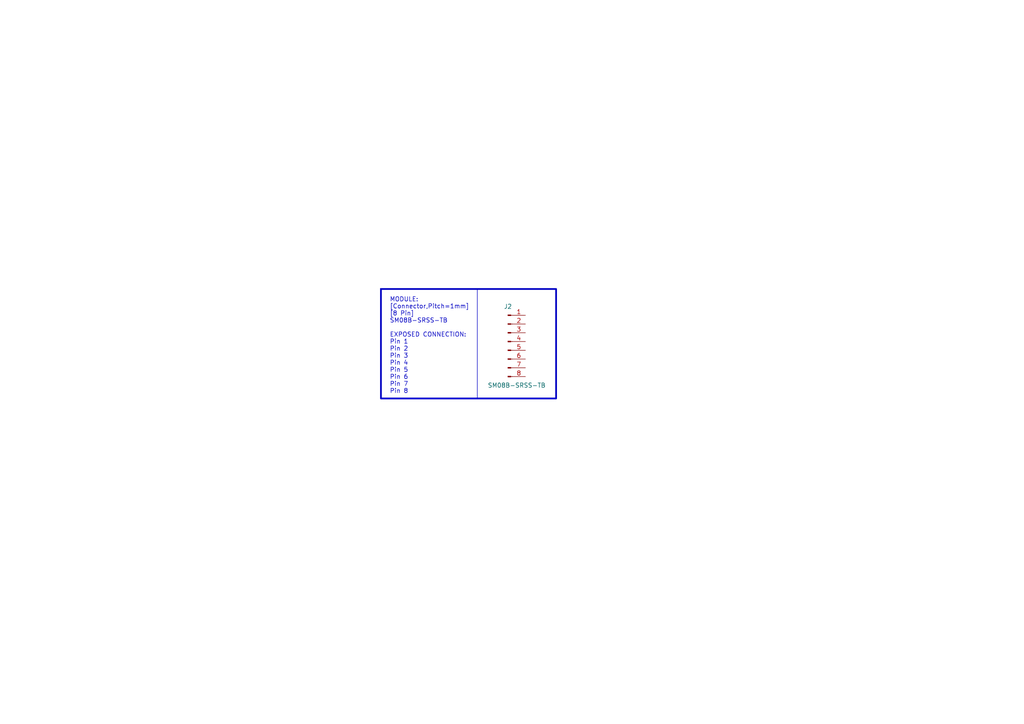
<source format=kicad_sch>
(kicad_sch (version 20230121) (generator eeschema)
  (paper "A4")
  (lib_symbols
    (symbol "Connector:Conn_01x08_Pin" (pin_names (offset 1.016) hide)
      (property "Reference" "J" (at 0 10.16 0))
      (property "Value" "Conn_01x08_Pin" (at 0 -12.7 0))
      (symbol "Conn_01x08_Pin_1_1"
        (polyline (pts (xy 1.27 -10.16) (xy 0.8636 -10.16)) (stroke (width 0.1524)))
        (polyline (pts (xy 1.27 -7.62) (xy 0.8636 -7.62)) (stroke (width 0.1524)))
        (polyline (pts (xy 1.27 -5.08) (xy 0.8636 -5.08)) (stroke (width 0.1524)))
        (polyline (pts (xy 1.27 -2.54) (xy 0.8636 -2.54)) (stroke (width 0.1524)))
        (polyline (pts (xy 1.27 0) (xy 0.8636 0)) (stroke (width 0.1524)))
        (polyline (pts (xy 1.27 2.54) (xy 0.8636 2.54)) (stroke (width 0.1524)))
        (polyline (pts (xy 1.27 5.08) (xy 0.8636 5.08)) (stroke (width 0.1524)))
        (polyline (pts (xy 1.27 7.62) (xy 0.8636 7.62)) (stroke (width 0.1524)))
        (rectangle (start 0.8636 -10.033) (end 0 -10.287) (stroke (width 0.1524)) (fill (type outline)))
        (rectangle (start 0.8636 -7.493) (end 0 -7.747) (stroke (width 0.1524)) (fill (type outline)))
        (rectangle (start 0.8636 -4.953) (end 0 -5.207) (stroke (width 0.1524)) (fill (type outline)))
        (rectangle (start 0.8636 -2.413) (end 0 -2.667) (stroke (width 0.1524)) (fill (type outline)))
        (rectangle (start 0.8636 0.127) (end 0 -0.127) (stroke (width 0.1524)) (fill (type outline)))
        (rectangle (start 0.8636 2.667) (end 0 2.413) (stroke (width 0.1524)) (fill (type outline)))
        (rectangle (start 0.8636 5.207) (end 0 4.953) (stroke (width 0.1524)) (fill (type outline)))
        (rectangle (start 0.8636 7.747) (end 0 7.493) (stroke (width 0.1524)) (fill (type outline)))
        (pin passive line (at 5.08 7.62 180) (length 3.81) (name "Pin_1") (number "1"))
        (pin passive line (at 5.08 5.08 180) (length 3.81) (name "Pin_2") (number "2"))
        (pin passive line (at 5.08 2.54 180) (length 3.81) (name "Pin_3") (number "3"))
        (pin passive line (at 5.08 0 180) (length 3.81) (name "Pin_4") (number "4"))
        (pin passive line (at 5.08 -2.54 180) (length 3.81) (name "Pin_5") (number "5"))
        (pin passive line (at 5.08 -5.08 180) (length 3.81) (name "Pin_6") (number "6"))
        (pin passive line (at 5.08 -7.62 180) (length 3.81) (name "Pin_7") (number "7"))
        (pin passive line (at 5.08 -10.16 180) (length 3.81) (name "Pin_8") (number "8"))
      )
    )
  )
  (rectangle (start 110.49 83.82) (end 161.29 115.57) (stroke (width 0.5)))
  (rectangle (start 110.49 83.82) (end 138.43 115.57))
  (text "MODULE:\n[Connector,Pitch=1mm]\n[8 Pin]\nSM08B-SRSS-TB\n\nEXPOSED CONNECTION: \nPin 1\nPin 2\nPin 3\nPin 4\nPin 5\nPin 6\nPin 7\nPin 8" (at 113.03 114.3 0) (effects (font (size 1.27 1.27)) (justify left bottom)))
  (symbol (lib_id "Connector:Conn_01x08_Pin") (at 147.32 99.06 0) (unit 1)
    (property "Reference" "J2" (at 147.32 88.9 0))
    (property "Value" "SM08B-SRSS-TB\n" (at 149.86 111.76 0))
  )
)
</source>
